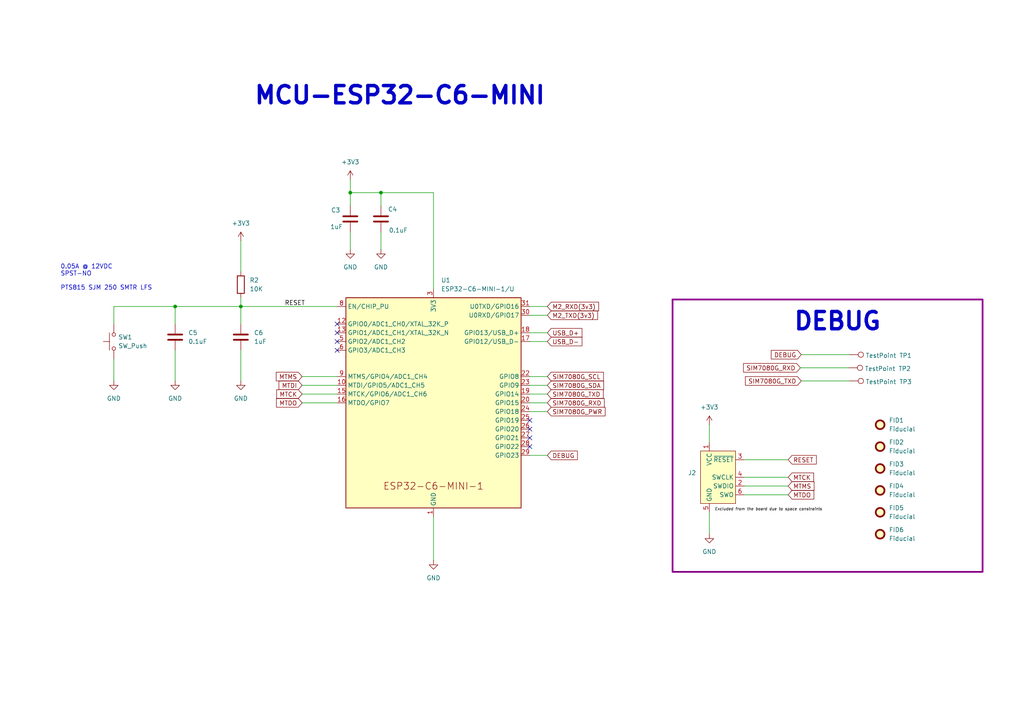
<source format=kicad_sch>
(kicad_sch (version 20231120) (generator "eeschema") (generator_version "8.0")
  (paper "A4")
  (title_block (title "IoT Gateway") (date "2024-10-15") (rev "v0.1.0") (company "Abstract Machines") (comment 1 "Designed By: Rodney Osodo") (comment 2 "Approved By:"))
  (lib_symbols
    (symbol "Connector:Conn_ARM_SWD_TagConnect_TC2030" (in_bom no)
      (property "Reference" "J" (at 2.54 11.43 0))
      (property "Value" "Conn_ARM_SWD_TagConnect_TC2030" (at 5.08 8.89 0))
      (symbol "Conn_ARM_SWD_TagConnect_TC2030_0_0"
        (pin power_in line (at -2.54 10.16 270) (length 2.54) (name "VCC") (number "1"))
        (pin bidirectional line (at 7.62 -2.54 180) (length 2.54) (name "SWDIO") (number "2"))
        (pin open_collector line (at 7.62 5.08 180) (length 2.54) (name "~{RESET}") (number "3"))
        (pin output line (at 7.62 0 180) (length 2.54) (name "SWCLK") (number "4"))
        (pin power_in line (at -2.54 -10.16 90) (length 2.54) (name "GND") (number "5"))
        (pin input line (at 7.62 -5.08 180) (length 2.54) (name "SWO") (number "6"))
      )
      (symbol "Conn_ARM_SWD_TagConnect_TC2030_0_1"
        (rectangle (start -5.08 7.62) (end 5.08 -7.62) (fill (type background)))
      )
    )
    (symbol "Connector:TestPoint" (pin_numbers hide) (pin_names (offset 0.762) hide)
      (property "Reference" "TP" (at 0 6.858 0))
      (property "Value" "TestPoint" (at 0 5.08 0))
      (symbol "TestPoint_0_1"
        (circle (center 0 3.302) (radius 0.762))
      )
      (symbol "TestPoint_1_1"
        (pin passive line (at 0 0 90) (length 2.54) (name "1") (number "1"))
      )
    )
    (symbol "Device:C" (pin_numbers hide) (pin_names (offset 0.254))
      (property "Reference" "C" (at 0.635 2.54 0))
      (property "Value" "C" (at 0.635 -2.54 0))
      (symbol "C_0_1"
        (polyline (pts (xy -2.032 -0.762) (xy 2.032 -0.762)) (stroke (width 0.508)))
        (polyline (pts (xy -2.032 0.762) (xy 2.032 0.762)) (stroke (width 0.508)))
      )
      (symbol "C_1_1"
        (pin passive line (at 0 3.81 270) (length 2.794) (name "~") (number "1"))
        (pin passive line (at 0 -3.81 90) (length 2.794) (name "~") (number "2"))
      )
    )
    (symbol "Device:R" (pin_numbers hide) (pin_names (offset 0))
      (property "Reference" "R" (at 2.032 0 90))
      (property "Value" "R" (at 0 0 90))
      (symbol "R_0_1"
        (rectangle (start -1.016 -2.54) (end 1.016 2.54) (stroke (width 0.254)))
      )
      (symbol "R_1_1"
        (pin passive line (at 0 3.81 270) (length 1.27) (name "~") (number "1"))
        (pin passive line (at 0 -3.81 90) (length 1.27) (name "~") (number "2"))
      )
    )
    (symbol "Mechanical:Fiducial" (exclude_from_sim yes) (in_bom no)
      (property "Reference" "FID" (at 0 5.08 0))
      (property "Value" "Fiducial" (at 0 3.175 0))
      (symbol "Fiducial_0_1"
        (circle (center 0 0) (radius 1.27) (stroke (width 0.508)) (fill (type background)))
      )
    )
    (symbol "PCM_Espressif:ESP32-C6-MINI-1/U"
      (property "Reference" "U" (at -25.4 35.56 0))
      (property "Value" "ESP32-C6-MINI-1/U" (at -25.4 33.02 0))
      (symbol "ESP32-C6-MINI-1/U_0_0"
        (text "ESP32-C6-MINI-1" (at 0 -24.13 0) (effects (font (size 2 2))))
      )
      (symbol "ESP32-C6-MINI-1/U_0_1"
        (rectangle (start -25.4 30.48) (end 25.4 -30.48) (stroke (width 0.254)) (fill (type background)))
      )
      (symbol "ESP32-C6-MINI-1/U_1_1"
        (pin power_in line (at 0 -33.02 90) (length 2.54) (name "GND") (number "1"))
        (pin bidirectional line (at -27.94 5.08 0) (length 2.54) (name "MTDI/GPIO5/ADC1_CH5") (number "10"))
        (pin passive line (at 0 -33.02 90) (length 2.54) hide (name "GND") (number "11"))
        (pin bidirectional line (at -27.94 22.86 0) (length 2.54) (name "GPIO0/ADC1_CH0/XTAL_32K_P") (number "12"))
        (pin bidirectional line (at -27.94 20.32 0) (length 2.54) (name "GPIO1/ADC1_CH1/XTAL_32K_N") (number "13"))
        (pin passive line (at 0 -33.02 90) (length 2.54) hide (name "GND") (number "14"))
        (pin bidirectional line (at -27.94 2.54 0) (length 2.54) (name "MTCK/GPIO6/ADC1_CH6") (number "15"))
        (pin bidirectional line (at -27.94 0 0) (length 2.54) (name "MTDO/GPIO7") (number "16"))
        (pin bidirectional line (at 27.94 17.78 180) (length 2.54) (name "GPIO12/USB_D-") (number "17"))
        (pin bidirectional line (at 27.94 20.32 180) (length 2.54) (name "GPIO13/USB_D+") (number "18"))
        (pin bidirectional line (at 27.94 2.54 180) (length 2.54) (name "GPIO14") (number "19"))
        (pin passive line (at 0 -33.02 90) (length 2.54) hide (name "GND") (number "2"))
        (pin bidirectional line (at 27.94 0 180) (length 2.54) (name "GPIO15") (number "20"))
        (pin no_connect line (at -25.4 -10.16 0) (length 2.54) hide (name "NC") (number "21"))
        (pin bidirectional line (at 27.94 7.62 180) (length 2.54) (name "GPIO8") (number "22"))
        (pin bidirectional line (at 27.94 5.08 180) (length 2.54) (name "GPIO9") (number "23"))
        (pin bidirectional line (at 27.94 -2.54 180) (length 2.54) (name "GPIO18") (number "24"))
        (pin bidirectional line (at 27.94 -5.08 180) (length 2.54) (name "GPIO19") (number "25"))
        (pin bidirectional line (at 27.94 -7.62 180) (length 2.54) (name "GPIO20") (number "26"))
        (pin bidirectional line (at 27.94 -10.16 180) (length 2.54) (name "GPIO21") (number "27"))
        (pin bidirectional line (at 27.94 -12.7 180) (length 2.54) (name "GPIO22") (number "28"))
        (pin bidirectional line (at 27.94 -15.24 180) (length 2.54) (name "GPIO23") (number "29"))
        (pin power_in line (at 0 33.02 270) (length 2.54) (name "3V3") (number "3"))
        (pin bidirectional line (at 27.94 25.4 180) (length 2.54) (name "U0RXD/GPIO17") (number "30"))
        (pin bidirectional line (at 27.94 27.94 180) (length 2.54) (name "U0TXD/GPIO16") (number "31"))
        (pin no_connect line (at -25.4 -12.7 0) (length 2.54) hide (name "NC") (number "32"))
        (pin no_connect line (at -25.4 -15.24 0) (length 2.54) hide (name "NC") (number "33"))
        (pin no_connect line (at -25.4 -17.78 0) (length 2.54) hide (name "NC") (number "34"))
        (pin no_connect line (at -25.4 -20.32 0) (length 2.54) hide (name "NC") (number "35"))
        (pin passive line (at 0 -33.02 90) (length 2.54) hide (name "GND") (number "36"))
        (pin passive line (at 0 -33.02 90) (length 2.54) hide (name "GND") (number "37"))
        (pin passive line (at 0 -33.02 90) (length 2.54) hide (name "GND") (number "38"))
        (pin passive line (at 0 -33.02 90) (length 2.54) hide (name "GND") (number "39"))
        (pin no_connect line (at -25.4 -5.08 0) (length 2.54) hide (name "NC") (number "4"))
        (pin passive line (at 0 -33.02 90) (length 2.54) hide (name "GND") (number "40"))
        (pin passive line (at 0 -33.02 90) (length 2.54) hide (name "GND") (number "41"))
        (pin passive line (at 0 -33.02 90) (length 2.54) hide (name "GND") (number "42"))
        (pin passive line (at 0 -33.02 90) (length 2.54) hide (name "GND") (number "43"))
        (pin passive line (at 0 -33.02 90) (length 2.54) hide (name "GND") (number "44"))
        (pin passive line (at 0 -33.02 90) (length 2.54) hide (name "GND") (number "45"))
        (pin passive line (at 0 -33.02 90) (length 2.54) hide (name "GND") (number "46"))
        (pin passive line (at 0 -33.02 90) (length 2.54) hide (name "GND") (number "47"))
        (pin passive line (at 0 -33.02 90) (length 2.54) hide (name "GND") (number "48"))
        (pin passive line (at 0 -33.02 90) (length 2.54) hide (name "GND") (number "49"))
        (pin bidirectional line (at -27.94 17.78 0) (length 2.54) (name "GPIO2/ADC1_CH2") (number "5"))
        (pin passive line (at 0 -33.02 90) (length 2.54) hide (name "GND") (number "50"))
        (pin passive line (at 0 -33.02 90) (length 2.54) hide (name "GND") (number "51"))
        (pin passive line (at 0 -33.02 90) (length 2.54) hide (name "GND") (number "52"))
        (pin passive line (at 0 -33.02 90) (length 2.54) hide (name "GND") (number "53"))
        (pin bidirectional line (at -27.94 15.24 0) (length 2.54) (name "GPIO3/ADC1_CH3") (number "6"))
        (pin no_connect line (at -25.4 -7.62 0) (length 2.54) hide (name "NC") (number "7"))
        (pin input line (at -27.94 27.94 0) (length 2.54) (name "EN/CHIP_PU") (number "8"))
        (pin bidirectional line (at -27.94 7.62 0) (length 2.54) (name "MTMS/GPIO4/ADC1_CH4") (number "9"))
      )
    )
    (symbol "Switch:SW_Push" (pin_numbers hide) (pin_names (offset 1.016) hide)
      (property "Reference" "SW" (at 1.27 2.54 0))
      (property "Value" "SW_Push" (at 0 -1.524 0))
      (symbol "SW_Push_0_1"
        (circle (center -2.032 0) (radius 0.508))
        (polyline (pts (xy 0 1.27) (xy 0 3.048)))
        (polyline (pts (xy 2.54 1.27) (xy -2.54 1.27)))
        (circle (center 2.032 0) (radius 0.508))
        (pin passive line (at -5.08 0 0) (length 2.54) (name "1") (number "1"))
        (pin passive line (at 5.08 0 180) (length 2.54) (name "2") (number "2"))
      )
    )
    (symbol "power:+3V3" (power) (pin_numbers hide) (pin_names (offset 0) hide)
      (property "Value" "+3V3" (at 0 3.556 0))
      (symbol "+3V3_0_1"
        (polyline (pts (xy -0.762 1.27) (xy 0 2.54)))
        (polyline (pts (xy 0 0) (xy 0 2.54)))
        (polyline (pts (xy 0 2.54) (xy 0.762 1.27)))
      )
      (symbol "+3V3_1_1"
        (pin power_in line (at 0 0 90) (length 0) (name "~") (number "1"))
      )
    )
    (symbol "power:GND" (power) (pin_numbers hide) (pin_names (offset 0) hide)
      (property "Value" "GND" (at 0 -3.81 0))
      (symbol "GND_0_1"
        (polyline (pts (xy 0 0) (xy 0 -1.27) (xy 1.27 -1.27) (xy 0 -2.54) (xy -1.27 -1.27) (xy 0 -1.27)))
      )
      (symbol "GND_1_1"
        (pin power_in line (at 0 0 270) (length 0) (name "~") (number "1"))
      )
    )
  )
  (junction (at 69.85 88.9))
  (junction (at 110.49 55.88))
  (junction (at 101.6 55.88))
  (junction (at 50.8 88.9))
  (no_connect (at 153.67 124.46))
  (no_connect (at 153.67 129.54))
  (no_connect (at 97.79 96.52))
  (no_connect (at 153.67 127))
  (no_connect (at 97.79 93.98))
  (no_connect (at 153.67 121.92))
  (no_connect (at 97.79 99.06))
  (no_connect (at 97.79 101.6))
  (wire (pts (xy 228.6 143.51) (xy 215.9 143.51)))
  (wire (pts (xy 205.74 154.94) (xy 205.74 148.59)))
  (wire (pts (xy 101.6 67.31) (xy 101.6 72.39)))
  (wire (pts (xy 158.75 114.3) (xy 153.67 114.3)))
  (wire (pts (xy 87.63 114.3) (xy 97.79 114.3)))
  (wire (pts (xy 87.63 109.22) (xy 97.79 109.22)))
  (wire (pts (xy 228.6 138.43) (xy 215.9 138.43)))
  (wire (pts (xy 101.6 55.88) (xy 101.6 59.69)))
  (wire (pts (xy 232.41 102.87) (xy 246.38 102.87)))
  (wire (pts (xy 158.75 111.76) (xy 153.67 111.76)))
  (wire (pts (xy 110.49 67.31) (xy 110.49 72.39)))
  (wire (pts (xy 158.75 91.44) (xy 153.67 91.44)))
  (wire (pts (xy 50.8 101.6) (xy 50.8 110.49)))
  (wire (pts (xy 101.6 52.07) (xy 101.6 55.88)))
  (wire (pts (xy 50.8 88.9) (xy 50.8 93.98)))
  (wire (pts (xy 125.73 83.82) (xy 125.73 55.88)))
  (wire (pts (xy 158.75 109.22) (xy 153.67 109.22)))
  (wire (pts (xy 158.75 132.08) (xy 153.67 132.08)))
  (wire (pts (xy 33.02 93.98) (xy 33.02 88.9)))
  (wire (pts (xy 158.75 119.38) (xy 153.67 119.38)))
  (wire (pts (xy 158.75 88.9) (xy 153.67 88.9)))
  (wire (pts (xy 87.63 111.76) (xy 97.79 111.76)))
  (wire (pts (xy 158.75 99.06) (xy 153.67 99.06)))
  (wire (pts (xy 110.49 55.88) (xy 101.6 55.88)))
  (wire (pts (xy 110.49 59.69) (xy 110.49 55.88)))
  (wire (pts (xy 158.75 96.52) (xy 153.67 96.52)))
  (wire (pts (xy 205.74 123.19) (xy 205.74 128.27)))
  (wire (pts (xy 33.02 104.14) (xy 33.02 110.49)))
  (wire (pts (xy 69.85 101.6) (xy 69.85 110.49)))
  (wire (pts (xy 125.73 55.88) (xy 110.49 55.88)))
  (wire (pts (xy 158.75 116.84) (xy 153.67 116.84)))
  (wire (pts (xy 125.73 149.86) (xy 125.73 162.56)))
  (wire (pts (xy 50.8 88.9) (xy 69.85 88.9)))
  (wire (pts (xy 228.6 133.35) (xy 215.9 133.35)))
  (wire (pts (xy 33.02 88.9) (xy 50.8 88.9)))
  (wire (pts (xy 69.85 86.36) (xy 69.85 88.9)))
  (wire (pts (xy 232.156 106.68) (xy 246.126 106.68)))
  (wire (pts (xy 228.6 140.97) (xy 215.9 140.97)))
  (wire (pts (xy 69.85 88.9) (xy 97.79 88.9)))
  (wire (pts (xy 69.85 69.85) (xy 69.85 78.74)))
  (wire (pts (xy 232.41 110.49) (xy 246.38 110.49)))
  (wire (pts (xy 87.63 116.84) (xy 97.79 116.84)))
  (wire (pts (xy 69.85 88.9) (xy 69.85 93.98)))
  (rectangle (start 195.072 86.868) (end 284.988 165.862) (stroke (width 0.5) (color 132 0 132 1)))
  (text "MCU-ESP32-C6-MINI\n" (at 73.406 30.734 0) (effects (font (size 5 5) (thickness 1) (bold yes)) (justify left bottom)))
  (text "0.05A @ 12VDC\nSPST-NO\n\nPTS815 SJM 250 SMTR LFS" (at 17.526 80.518 0) (effects (font (size 1.27 1.27)) (justify left)))
  (text "DEBUG\n" (at 229.87 96.266 0) (effects (font (size 5 5) (thickness 1) (bold yes)) (justify left bottom)))
  (text "Excluded from the board due to space constraints" (at 207.264 147.828 0) (effects (font (size 0.8 0.8) (italic yes)) (justify left)))
  (label "RESET" (at 82.55 88.9 0))
  (global_label "MTMS" (shape input) (at 87.63 109.22 180) (property "Intersheetrefs" "${INTERSHEET_REFS}" (effects (hide yes))))
  (global_label "RESET" (shape input) (at 228.6 133.35 0) (property "Intersheetrefs" "${INTERSHEET_REFS}" (effects (hide yes))))
  (global_label "MTCK" (shape input) (at 228.6 138.43 0) (property "Intersheetrefs" "${INTERSHEET_REFS}" (effects (hide yes))))
  (global_label "USB_D-" (shape input) (at 158.75 99.06 0) (property "Intersheetrefs" "${INTERSHEET_REFS}" (effects (hide yes))))
  (global_label "MTCK" (shape input) (at 87.63 114.3 180) (property "Intersheetrefs" "${INTERSHEET_REFS}" (effects (hide yes))))
  (global_label "SIM7080G_SCL" (shape input) (at 158.75 109.22 0) (property "Intersheetrefs" "${INTERSHEET_REFS}" (effects (hide yes))))
  (global_label "SIM7080G_RXD" (shape input) (at 232.156 106.68 180) (property "Intersheetrefs" "${INTERSHEET_REFS}" (effects (hide yes))))
  (global_label "M2_TXD(3v3)" (shape input) (at 158.75 91.44 0) (property "Intersheetrefs" "${INTERSHEET_REFS}" (effects (hide yes))))
  (global_label "MTMS" (shape input) (at 228.6 140.97 0) (property "Intersheetrefs" "${INTERSHEET_REFS}" (effects (hide yes))))
  (global_label "SIM7080G_SDA" (shape input) (at 158.75 111.76 0) (property "Intersheetrefs" "${INTERSHEET_REFS}" (effects (hide yes))))
  (global_label "DEBUG" (shape input) (at 158.75 132.08 0) (property "Intersheetrefs" "${INTERSHEET_REFS}" (effects (hide yes))))
  (global_label "SIM7080G_TXD" (shape input) (at 232.41 110.49 180) (property "Intersheetrefs" "${INTERSHEET_REFS}" (effects (hide yes))))
  (global_label "SIM7080G_TXD" (shape input) (at 158.75 114.3 0) (property "Intersheetrefs" "${INTERSHEET_REFS}" (effects (hide yes))))
  (global_label "MTDO" (shape input) (at 87.63 116.84 180) (property "Intersheetrefs" "${INTERSHEET_REFS}" (effects (hide yes))))
  (global_label "M2_RXD(3v3)" (shape input) (at 158.75 88.9 0) (property "Intersheetrefs" "${INTERSHEET_REFS}" (effects (hide yes))))
  (global_label "SIM7080G_RXD" (shape input) (at 158.75 116.84 0) (property "Intersheetrefs" "${INTERSHEET_REFS}" (effects (hide yes))))
  (global_label "DEBUG" (shape input) (at 232.41 102.87 180) (property "Intersheetrefs" "${INTERSHEET_REFS}" (effects (hide yes))))
  (global_label "MTDO" (shape input) (at 228.6 143.51 0) (property "Intersheetrefs" "${INTERSHEET_REFS}" (effects (hide yes))))
  (global_label "MTDI" (shape input) (at 87.63 111.76 180) (property "Intersheetrefs" "${INTERSHEET_REFS}" (effects (hide yes))))
  (global_label "SIM7080G_PWR" (shape input) (at 158.75 119.38 0) (property "Intersheetrefs" "${INTERSHEET_REFS}" (effects (hide yes))))
  (global_label "USB_D+" (shape input) (at 158.75 96.52 0) (property "Intersheetrefs" "${INTERSHEET_REFS}" (effects (hide yes))))
  (symbol (lib_id "Mechanical:Fiducial") (at 255.27 148.59 0) (unit 1) (exclude_from_sim yes) (in_bom no)
    (property "Reference" "FID5" (at 257.81 147.3199 0) (effects (justify left)))
    (property "Value" "Fiducial" (at 257.81 149.8599 0) (effects (justify left)))
    (property "Footprint" "Fiducial:Fiducial_0.5mm_Mask1mm" (effects (hide yes)))
    (property "Description" "Fiducial Marker" (effects (hide yes)))
  )
  (symbol (lib_id "power:GND") (at 33.02 110.49 0) (unit 1)
    (property "Reference" "#PWR09" (effects (hide yes)))
    (property "Value" "GND" (at 33.02 115.57 0))
    (property "Description" "Power symbol creates a global label with name \"GND\" , ground" (effects (hide yes)))
  )
  (symbol (lib_id "power:+3V3") (at 101.6 52.07 0) (unit 1)
    (property "Reference" "#PWR05" (effects (hide yes)))
    (property "Value" "+3V3" (at 101.6 46.99 0))
    (property "Description" "Power symbol creates a global label with name \"+3V3\"" (effects (hide yes)))
  )
  (symbol (lib_id "Device:C") (at 101.6 63.5 0) (unit 1)
    (property "Reference" "C3" (at 96.012 60.96 0) (effects (justify left)))
    (property "Value" "1uF" (at 95.758 65.786 0) (effects (justify left)))
    (property "Footprint" "Capacitor_SMD:C_0603_1608Metric" (effects (hide yes)))
    (property "Description" "Unpolarized capacitor" (effects (hide yes)))
  )
  (symbol (lib_id "Mechanical:Fiducial") (at 255.27 142.24 0) (unit 1) (exclude_from_sim yes) (in_bom no)
    (property "Reference" "FID4" (at 257.81 140.9699 0) (effects (justify left)))
    (property "Value" "Fiducial" (at 257.81 143.5099 0) (effects (justify left)))
    (property "Footprint" "Fiducial:Fiducial_0.5mm_Mask1mm" (effects (hide yes)))
    (property "Description" "Fiducial Marker" (effects (hide yes)))
  )
  (symbol (lib_id "Connector:TestPoint") (at 246.38 102.87 270) (mirror x) (unit 1)
    (property "Reference" "TP1" (at 262.636 103.124 90))
    (property "Value" "TestPoint" (at 255.524 103.124 90))
    (property "Footprint" "TestPoint:TestPoint_Pad_D1.0mm" (effects (hide yes)))
    (property "Description" "test point" (effects (hide yes)))
  )
  (symbol (lib_id "Connector:TestPoint") (at 246.126 106.68 270) (mirror x) (unit 1)
    (property "Reference" "TP2" (at 262.382 106.934 90))
    (property "Value" "TestPoint" (at 255.27 106.934 90))
    (property "Footprint" "TestPoint:TestPoint_Pad_D1.0mm" (effects (hide yes)))
    (property "Description" "test point" (effects (hide yes)))
  )
  (symbol (lib_id "Connector:TestPoint") (at 246.38 110.49 270) (mirror x) (unit 1)
    (property "Reference" "TP3" (at 262.636 110.744 90))
    (property "Value" "TestPoint" (at 255.524 110.744 90))
    (property "Footprint" "TestPoint:TestPoint_Pad_D1.0mm" (effects (hide yes)))
    (property "Description" "test point" (effects (hide yes)))
  )
  (symbol (lib_id "power:+3V3") (at 205.74 123.19 0) (unit 1)
    (property "Reference" "#PWR012" (effects (hide yes)))
    (property "Value" "+3V3" (at 205.74 118.11 0))
    (property "Description" "Power symbol creates a global label with name \"+3V3\"" (effects (hide yes)))
  )
  (symbol (lib_id "Switch:SW_Push") (at 33.02 99.06 90) (unit 1)
    (property "Reference" "SW1" (at 34.29 97.7899 90) (effects (justify right)))
    (property "Value" "SW_Push" (at 34.29 100.3299 90) (effects (justify right)))
    (property "Footprint" "tactile-switch:SW4_PTS815 SJM 250 SMTR LFS_CNK" (effects (hide yes)))
    (property "Description" "Push button switch, generic, two pins" (effects (hide yes)))
  )
  (symbol (lib_id "Connector:Conn_ARM_SWD_TagConnect_TC2030") (at 208.28 138.43 0) (unit 1) (in_bom no) (on_board no)
    (property "Reference" "J2" (at 201.93 137.1599 0) (effects (justify right)))
    (property "Value" "Conn_ARM_SWD_TagConnect_TC2030" (effects (hide yes)))
    (property "Footprint" "Connector:Tag-Connect_TC2030-IDC-FP_2x03_P1.27mm_Vertical" (effects (hide yes)))
    (property "Datasheet" "https://www.tag-connect.com/wp-content/uploads/bsk-pdf-manager/TC2030-CTX_1.pdf" (effects (hide yes)))
    (property "Description" "Tag-Connect ARM Cortex SWD JTAG connector, 6 pin" (effects (hide yes)))
  )
  (symbol (lib_id "PCM_Espressif:ESP32-C6-MINI-1/U") (at 125.73 116.84 0) (unit 1)
    (property "Reference" "U1" (at 127.9241 81.28 0) (effects (justify left)))
    (property "Value" "ESP32-C6-MINI-1/U" (at 127.9241 83.82 0) (effects (justify left)))
    (property "Footprint" "PCM_Espressif:ESP32-C6-MINI-1U" (effects (hide yes)))
    (property "Datasheet" "https://www.espressif.com/sites/default/files/documentation/esp32-c6-mini-1_datasheet_en.pdf" (effects (hide yes)))
    (property "Description" "ESP32-C6-MINI-1 is a module that supports 2.4 GHz Wi-Fi 6 (802.11 ax), Bluetooth® 5 (LE), Zigbee and Thread (802.15.4)" (effects (hide yes)))
  )
  (symbol (lib_id "Device:C") (at 50.8 97.79 0) (unit 1)
    (property "Reference" "C5" (at 54.61 96.5199 0) (effects (justify left)))
    (property "Value" "0.1uF" (at 54.61 99.0599 0) (effects (justify left)))
    (property "Footprint" "Capacitor_SMD:C_0603_1608Metric" (effects (hide yes)))
    (property "Description" "Unpolarized capacitor" (effects (hide yes)))
  )
  (symbol (lib_id "power:GND") (at 50.8 110.49 0) (unit 1)
    (property "Reference" "#PWR010" (effects (hide yes)))
    (property "Value" "GND" (at 50.8 115.57 0))
    (property "Description" "Power symbol creates a global label with name \"GND\" , ground" (effects (hide yes)))
  )
  (symbol (lib_id "Mechanical:Fiducial") (at 255.27 123.19 0) (unit 1) (exclude_from_sim yes) (in_bom no)
    (property "Reference" "FID1" (at 257.81 121.9199 0) (effects (justify left)))
    (property "Value" "Fiducial" (at 257.81 124.4599 0) (effects (justify left)))
    (property "Footprint" "Fiducial:Fiducial_0.5mm_Mask1mm" (effects (hide yes)))
    (property "Description" "Fiducial Marker" (effects (hide yes)))
  )
  (symbol (lib_id "power:GND") (at 101.6 72.39 0) (unit 1)
    (property "Reference" "#PWR07" (effects (hide yes)))
    (property "Value" "GND" (at 101.6 77.47 0))
    (property "Description" "Power symbol creates a global label with name \"GND\" , ground" (effects (hide yes)))
  )
  (symbol (lib_id "Mechanical:Fiducial") (at 255.27 129.54 0) (unit 1) (exclude_from_sim yes) (in_bom no)
    (property "Reference" "FID2" (at 257.81 128.2699 0) (effects (justify left)))
    (property "Value" "Fiducial" (at 257.81 130.8099 0) (effects (justify left)))
    (property "Footprint" "Fiducial:Fiducial_0.5mm_Mask1mm" (effects (hide yes)))
    (property "Description" "Fiducial Marker" (effects (hide yes)))
  )
  (symbol (lib_id "Mechanical:Fiducial") (at 255.27 135.89 0) (unit 1) (exclude_from_sim yes) (in_bom no)
    (property "Reference" "FID3" (at 257.81 134.6199 0) (effects (justify left)))
    (property "Value" "Fiducial" (at 257.81 137.1599 0) (effects (justify left)))
    (property "Footprint" "Fiducial:Fiducial_0.5mm_Mask1mm" (effects (hide yes)))
    (property "Description" "Fiducial Marker" (effects (hide yes)))
  )
  (symbol (lib_id "Device:R") (at 69.85 82.55 0) (unit 1)
    (property "Reference" "R2" (at 72.39 81.2799 0) (effects (justify left)))
    (property "Value" "10K" (at 72.39 83.8199 0) (effects (justify left)))
    (property "Footprint" "Resistor_SMD:R_0603_1608Metric" (effects (hide yes)))
    (property "Description" "Resistor" (effects (hide yes)))
  )
  (symbol (lib_id "power:GND") (at 110.49 72.39 0) (unit 1)
    (property "Reference" "#PWR08" (effects (hide yes)))
    (property "Value" "GND" (at 110.49 77.47 0))
    (property "Description" "Power symbol creates a global label with name \"GND\" , ground" (effects (hide yes)))
  )
  (symbol (lib_id "power:GND") (at 125.73 162.56 0) (unit 1)
    (property "Reference" "#PWR014" (effects (hide yes)))
    (property "Value" "GND" (at 125.73 167.64 0))
    (property "Description" "Power symbol creates a global label with name \"GND\" , ground" (effects (hide yes)))
  )
  (symbol (lib_id "power:GND") (at 205.74 154.94 0) (mirror y) (unit 1)
    (property "Reference" "#PWR013" (effects (hide yes)))
    (property "Value" "GND" (at 205.74 160.02 0))
    (property "Description" "Power symbol creates a global label with name \"GND\" , ground" (effects (hide yes)))
  )
  (symbol (lib_id "Device:C") (at 110.49 63.5 0) (unit 1)
    (property "Reference" "C4" (at 112.522 60.706 0) (effects (justify left)))
    (property "Value" "0.1uF" (at 112.776 66.802 0) (effects (justify left)))
    (property "Footprint" "Capacitor_SMD:C_0603_1608Metric" (effects (hide yes)))
    (property "Description" "Unpolarized capacitor" (effects (hide yes)))
  )
  (symbol (lib_id "power:GND") (at 69.85 110.49 0) (unit 1)
    (property "Reference" "#PWR011" (effects (hide yes)))
    (property "Value" "GND" (at 69.85 115.57 0))
    (property "Description" "Power symbol creates a global label with name \"GND\" , ground" (effects (hide yes)))
  )
  (symbol (lib_id "power:+3V3") (at 69.85 69.85 0) (unit 1)
    (property "Reference" "#PWR06" (effects (hide yes)))
    (property "Value" "+3V3" (at 69.85 64.77 0))
    (property "Description" "Power symbol creates a global label with name \"+3V3\"" (effects (hide yes)))
  )
  (symbol (lib_id "Mechanical:Fiducial") (at 255.27 154.94 0) (unit 1) (exclude_from_sim yes) (in_bom no)
    (property "Reference" "FID6" (at 257.81 153.6699 0) (effects (justify left)))
    (property "Value" "Fiducial" (at 257.81 156.2099 0) (effects (justify left)))
    (property "Footprint" "Fiducial:Fiducial_0.5mm_Mask1mm" (effects (hide yes)))
    (property "Description" "Fiducial Marker" (effects (hide yes)))
  )
  (symbol (lib_id "Device:C") (at 69.85 97.79 0) (unit 1)
    (property "Reference" "C6" (at 73.66 96.5199 0) (effects (justify left)))
    (property "Value" "1uF" (at 73.66 99.0599 0) (effects (justify left)))
    (property "Footprint" "Capacitor_SMD:C_0603_1608Metric" (effects (hide yes)))
    (property "Description" "Unpolarized capacitor" (effects (hide yes)))
  )
)
</source>
